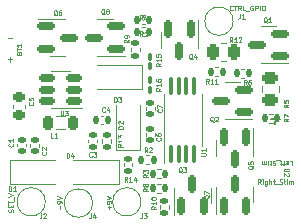
<source format=gto>
%TF.GenerationSoftware,KiCad,Pcbnew,6.0.4-6f826c9f35~116~ubuntu20.04.1*%
%TF.CreationDate,2022-03-30T22:07:09-04:00*%
%TF.ProjectId,v0.1_TACS_board,76302e31-5f54-4414-9353-5f626f617264,rev?*%
%TF.SameCoordinates,Original*%
%TF.FileFunction,Legend,Top*%
%TF.FilePolarity,Positive*%
%FSLAX46Y46*%
G04 Gerber Fmt 4.6, Leading zero omitted, Abs format (unit mm)*
G04 Created by KiCad (PCBNEW 6.0.4-6f826c9f35~116~ubuntu20.04.1) date 2022-03-30 22:07:09*
%MOMM*%
%LPD*%
G01*
G04 APERTURE LIST*
G04 Aperture macros list*
%AMRoundRect*
0 Rectangle with rounded corners*
0 $1 Rounding radius*
0 $2 $3 $4 $5 $6 $7 $8 $9 X,Y pos of 4 corners*
0 Add a 4 corners polygon primitive as box body*
4,1,4,$2,$3,$4,$5,$6,$7,$8,$9,$2,$3,0*
0 Add four circle primitives for the rounded corners*
1,1,$1+$1,$2,$3*
1,1,$1+$1,$4,$5*
1,1,$1+$1,$6,$7*
1,1,$1+$1,$8,$9*
0 Add four rect primitives between the rounded corners*
20,1,$1+$1,$2,$3,$4,$5,0*
20,1,$1+$1,$4,$5,$6,$7,0*
20,1,$1+$1,$6,$7,$8,$9,0*
20,1,$1+$1,$8,$9,$2,$3,0*%
G04 Aperture macros list end*
%ADD10C,0.100000*%
%ADD11C,0.080000*%
%ADD12C,0.070000*%
%ADD13C,0.150000*%
%ADD14C,0.120000*%
%ADD15C,2.500000*%
%ADD16C,2.000000*%
%ADD17RoundRect,0.150000X0.587500X0.150000X-0.587500X0.150000X-0.587500X-0.150000X0.587500X-0.150000X0*%
%ADD18RoundRect,0.100000X-0.100000X0.217500X-0.100000X-0.217500X0.100000X-0.217500X0.100000X0.217500X0*%
%ADD19RoundRect,0.100000X0.100000X-0.217500X0.100000X0.217500X-0.100000X0.217500X-0.100000X-0.217500X0*%
%ADD20RoundRect,0.250000X0.262500X0.450000X-0.262500X0.450000X-0.262500X-0.450000X0.262500X-0.450000X0*%
%ADD21RoundRect,0.135000X-0.135000X-0.185000X0.135000X-0.185000X0.135000X0.185000X-0.135000X0.185000X0*%
%ADD22RoundRect,0.135000X-0.185000X0.135000X-0.185000X-0.135000X0.185000X-0.135000X0.185000X0.135000X0*%
%ADD23R,1.100000X1.100000*%
%ADD24RoundRect,0.150000X0.150000X-0.587500X0.150000X0.587500X-0.150000X0.587500X-0.150000X-0.587500X0*%
%ADD25RoundRect,0.218750X-0.218750X-0.381250X0.218750X-0.381250X0.218750X0.381250X-0.218750X0.381250X0*%
%ADD26RoundRect,0.140000X-0.170000X0.140000X-0.170000X-0.140000X0.170000X-0.140000X0.170000X0.140000X0*%
%ADD27RoundRect,0.250000X-0.450000X0.262500X-0.450000X-0.262500X0.450000X-0.262500X0.450000X0.262500X0*%
%ADD28RoundRect,0.140000X-0.140000X-0.170000X0.140000X-0.170000X0.140000X0.170000X-0.140000X0.170000X0*%
%ADD29RoundRect,0.150000X-0.587500X-0.150000X0.587500X-0.150000X0.587500X0.150000X-0.587500X0.150000X0*%
%ADD30RoundRect,0.135000X0.135000X0.185000X-0.135000X0.185000X-0.135000X-0.185000X0.135000X-0.185000X0*%
%ADD31RoundRect,0.135000X0.185000X-0.135000X0.185000X0.135000X-0.185000X0.135000X-0.185000X-0.135000X0*%
%ADD32RoundRect,0.100000X0.100000X-0.637500X0.100000X0.637500X-0.100000X0.637500X-0.100000X-0.637500X0*%
%ADD33RoundRect,0.150000X-0.150000X0.587500X-0.150000X-0.587500X0.150000X-0.587500X0.150000X0.587500X0*%
%ADD34RoundRect,0.225000X-0.250000X0.225000X-0.250000X-0.225000X0.250000X-0.225000X0.250000X0.225000X0*%
%ADD35RoundRect,0.150000X0.512500X0.150000X-0.512500X0.150000X-0.512500X-0.150000X0.512500X-0.150000X0*%
G04 APERTURE END LIST*
D10*
X68728571Y-51514285D02*
X68728571Y-51209523D01*
X68880952Y-51361904D02*
X68576190Y-51361904D01*
X68880952Y-51000000D02*
X68880952Y-50923809D01*
X68861904Y-50885714D01*
X68842857Y-50866666D01*
X68785714Y-50828571D01*
X68709523Y-50809523D01*
X68557142Y-50809523D01*
X68519047Y-50828571D01*
X68500000Y-50847619D01*
X68480952Y-50885714D01*
X68480952Y-50961904D01*
X68500000Y-51000000D01*
X68519047Y-51019047D01*
X68557142Y-51038095D01*
X68652380Y-51038095D01*
X68690476Y-51019047D01*
X68709523Y-51000000D01*
X68728571Y-50961904D01*
X68728571Y-50885714D01*
X68709523Y-50847619D01*
X68690476Y-50828571D01*
X68652380Y-50809523D01*
X68480952Y-50695238D02*
X68880952Y-50561904D01*
X68480952Y-50428571D01*
D11*
X79152380Y-34642857D02*
X79133333Y-34661904D01*
X79076190Y-34680952D01*
X79038095Y-34680952D01*
X78980952Y-34661904D01*
X78942857Y-34623809D01*
X78923809Y-34585714D01*
X78904761Y-34509523D01*
X78904761Y-34452380D01*
X78923809Y-34376190D01*
X78942857Y-34338095D01*
X78980952Y-34300000D01*
X79038095Y-34280952D01*
X79076190Y-34280952D01*
X79133333Y-34300000D01*
X79152380Y-34319047D01*
X79266666Y-34280952D02*
X79495238Y-34280952D01*
X79380952Y-34680952D02*
X79380952Y-34280952D01*
X79857142Y-34680952D02*
X79723809Y-34490476D01*
X79628571Y-34680952D02*
X79628571Y-34280952D01*
X79780952Y-34280952D01*
X79819047Y-34300000D01*
X79838095Y-34319047D01*
X79857142Y-34357142D01*
X79857142Y-34414285D01*
X79838095Y-34452380D01*
X79819047Y-34471428D01*
X79780952Y-34490476D01*
X79628571Y-34490476D01*
X80219047Y-34680952D02*
X80028571Y-34680952D01*
X80028571Y-34280952D01*
X80257142Y-34719047D02*
X80561904Y-34719047D01*
X80866666Y-34300000D02*
X80828571Y-34280952D01*
X80771428Y-34280952D01*
X80714285Y-34300000D01*
X80676190Y-34338095D01*
X80657142Y-34376190D01*
X80638095Y-34452380D01*
X80638095Y-34509523D01*
X80657142Y-34585714D01*
X80676190Y-34623809D01*
X80714285Y-34661904D01*
X80771428Y-34680952D01*
X80809523Y-34680952D01*
X80866666Y-34661904D01*
X80885714Y-34642857D01*
X80885714Y-34509523D01*
X80809523Y-34509523D01*
X81057142Y-34680952D02*
X81057142Y-34280952D01*
X81209523Y-34280952D01*
X81247619Y-34300000D01*
X81266666Y-34319047D01*
X81285714Y-34357142D01*
X81285714Y-34414285D01*
X81266666Y-34452380D01*
X81247619Y-34471428D01*
X81209523Y-34490476D01*
X81057142Y-34490476D01*
X81457142Y-34680952D02*
X81457142Y-34280952D01*
X81723809Y-34280952D02*
X81800000Y-34280952D01*
X81838095Y-34300000D01*
X81876190Y-34338095D01*
X81895238Y-34414285D01*
X81895238Y-34547619D01*
X81876190Y-34623809D01*
X81838095Y-34661904D01*
X81800000Y-34680952D01*
X81723809Y-34680952D01*
X81685714Y-34661904D01*
X81647619Y-34623809D01*
X81628571Y-34547619D01*
X81628571Y-34414285D01*
X81647619Y-34338095D01*
X81685714Y-34300000D01*
X81723809Y-34280952D01*
D10*
X64528571Y-51514285D02*
X64528571Y-51209523D01*
X64680952Y-51000000D02*
X64680952Y-50923809D01*
X64661904Y-50885714D01*
X64642857Y-50866666D01*
X64585714Y-50828571D01*
X64509523Y-50809523D01*
X64357142Y-50809523D01*
X64319047Y-50828571D01*
X64300000Y-50847619D01*
X64280952Y-50885714D01*
X64280952Y-50961904D01*
X64300000Y-51000000D01*
X64319047Y-51019047D01*
X64357142Y-51038095D01*
X64452380Y-51038095D01*
X64490476Y-51019047D01*
X64509523Y-51000000D01*
X64528571Y-50961904D01*
X64528571Y-50885714D01*
X64509523Y-50847619D01*
X64490476Y-50828571D01*
X64452380Y-50809523D01*
X64280952Y-50695238D02*
X64680952Y-50561904D01*
X64280952Y-50428571D01*
X60561904Y-51771428D02*
X60580952Y-51714285D01*
X60580952Y-51619047D01*
X60561904Y-51580952D01*
X60542857Y-51561904D01*
X60504761Y-51542857D01*
X60466666Y-51542857D01*
X60428571Y-51561904D01*
X60409523Y-51580952D01*
X60390476Y-51619047D01*
X60371428Y-51695238D01*
X60352380Y-51733333D01*
X60333333Y-51752380D01*
X60295238Y-51771428D01*
X60257142Y-51771428D01*
X60219047Y-51752380D01*
X60200000Y-51733333D01*
X60180952Y-51695238D01*
X60180952Y-51600000D01*
X60200000Y-51542857D01*
X60371428Y-51371428D02*
X60371428Y-51238095D01*
X60580952Y-51180952D02*
X60580952Y-51371428D01*
X60180952Y-51371428D01*
X60180952Y-51180952D01*
X60180952Y-51066666D02*
X60180952Y-50838095D01*
X60580952Y-50952380D02*
X60180952Y-50952380D01*
X60619047Y-50800000D02*
X60619047Y-50495238D01*
X60180952Y-50457142D02*
X60580952Y-50323809D01*
X60180952Y-50190476D01*
D11*
X60109523Y-37035714D02*
X60490476Y-37035714D01*
X60109523Y-38835714D02*
X60490476Y-38835714D01*
X60300000Y-39026190D02*
X60300000Y-38645238D01*
%TO.C,U2*%
X83919047Y-48095238D02*
X83595238Y-48095238D01*
X83557142Y-48114285D01*
X83538095Y-48133333D01*
X83519047Y-48171428D01*
X83519047Y-48247619D01*
X83538095Y-48285714D01*
X83557142Y-48304761D01*
X83595238Y-48323809D01*
X83919047Y-48323809D01*
X83880952Y-48495238D02*
X83900000Y-48514285D01*
X83919047Y-48552380D01*
X83919047Y-48647619D01*
X83900000Y-48685714D01*
X83880952Y-48704761D01*
X83842857Y-48723809D01*
X83804761Y-48723809D01*
X83747619Y-48704761D01*
X83519047Y-48476190D01*
X83519047Y-48723809D01*
D12*
X83995238Y-47419047D02*
X84185714Y-47419047D01*
X84185714Y-47819047D01*
X83709523Y-47438095D02*
X83747619Y-47419047D01*
X83823809Y-47419047D01*
X83861904Y-47438095D01*
X83880952Y-47476190D01*
X83880952Y-47628571D01*
X83861904Y-47666666D01*
X83823809Y-47685714D01*
X83747619Y-47685714D01*
X83709523Y-47666666D01*
X83690476Y-47628571D01*
X83690476Y-47590476D01*
X83880952Y-47552380D01*
X83576190Y-47685714D02*
X83423809Y-47685714D01*
X83519047Y-47419047D02*
X83519047Y-47761904D01*
X83500000Y-47800000D01*
X83461904Y-47819047D01*
X83423809Y-47819047D01*
X83347619Y-47685714D02*
X83195238Y-47685714D01*
X83290476Y-47819047D02*
X83290476Y-47476190D01*
X83271428Y-47438095D01*
X83233333Y-47419047D01*
X83195238Y-47419047D01*
X83157142Y-47380952D02*
X82852380Y-47380952D01*
X82776190Y-47438095D02*
X82719047Y-47419047D01*
X82623809Y-47419047D01*
X82585714Y-47438095D01*
X82566666Y-47457142D01*
X82547619Y-47495238D01*
X82547619Y-47533333D01*
X82566666Y-47571428D01*
X82585714Y-47590476D01*
X82623809Y-47609523D01*
X82700000Y-47628571D01*
X82738095Y-47647619D01*
X82757142Y-47666666D01*
X82776190Y-47704761D01*
X82776190Y-47742857D01*
X82757142Y-47780952D01*
X82738095Y-47800000D01*
X82700000Y-47819047D01*
X82604761Y-47819047D01*
X82547619Y-47800000D01*
X82433333Y-47685714D02*
X82280952Y-47685714D01*
X82376190Y-47819047D02*
X82376190Y-47476190D01*
X82357142Y-47438095D01*
X82319047Y-47419047D01*
X82280952Y-47419047D01*
X82147619Y-47419047D02*
X82147619Y-47685714D01*
X82147619Y-47819047D02*
X82166666Y-47800000D01*
X82147619Y-47780952D01*
X82128571Y-47800000D01*
X82147619Y-47819047D01*
X82147619Y-47780952D01*
X81957142Y-47419047D02*
X81957142Y-47685714D01*
X81957142Y-47647619D02*
X81938095Y-47666666D01*
X81900000Y-47685714D01*
X81842857Y-47685714D01*
X81804761Y-47666666D01*
X81785714Y-47628571D01*
X81785714Y-47419047D01*
X81785714Y-47628571D02*
X81766666Y-47666666D01*
X81728571Y-47685714D01*
X81671428Y-47685714D01*
X81633333Y-47666666D01*
X81614285Y-47628571D01*
X81614285Y-47419047D01*
X81533333Y-49380952D02*
X81400000Y-49190476D01*
X81304761Y-49380952D02*
X81304761Y-48980952D01*
X81457142Y-48980952D01*
X81495238Y-49000000D01*
X81514285Y-49019047D01*
X81533333Y-49057142D01*
X81533333Y-49114285D01*
X81514285Y-49152380D01*
X81495238Y-49171428D01*
X81457142Y-49190476D01*
X81304761Y-49190476D01*
X81704761Y-49380952D02*
X81704761Y-49114285D01*
X81704761Y-48980952D02*
X81685714Y-49000000D01*
X81704761Y-49019047D01*
X81723809Y-49000000D01*
X81704761Y-48980952D01*
X81704761Y-49019047D01*
X82066666Y-49114285D02*
X82066666Y-49438095D01*
X82047619Y-49476190D01*
X82028571Y-49495238D01*
X81990476Y-49514285D01*
X81933333Y-49514285D01*
X81895238Y-49495238D01*
X82066666Y-49361904D02*
X82028571Y-49380952D01*
X81952380Y-49380952D01*
X81914285Y-49361904D01*
X81895238Y-49342857D01*
X81876190Y-49304761D01*
X81876190Y-49190476D01*
X81895238Y-49152380D01*
X81914285Y-49133333D01*
X81952380Y-49114285D01*
X82028571Y-49114285D01*
X82066666Y-49133333D01*
X82257142Y-49380952D02*
X82257142Y-48980952D01*
X82428571Y-49380952D02*
X82428571Y-49171428D01*
X82409523Y-49133333D01*
X82371428Y-49114285D01*
X82314285Y-49114285D01*
X82276190Y-49133333D01*
X82257142Y-49152380D01*
X82561904Y-49114285D02*
X82714285Y-49114285D01*
X82619047Y-48980952D02*
X82619047Y-49323809D01*
X82638095Y-49361904D01*
X82676190Y-49380952D01*
X82714285Y-49380952D01*
X82752380Y-49419047D02*
X83057142Y-49419047D01*
X83133333Y-49361904D02*
X83190476Y-49380952D01*
X83285714Y-49380952D01*
X83323809Y-49361904D01*
X83342857Y-49342857D01*
X83361904Y-49304761D01*
X83361904Y-49266666D01*
X83342857Y-49228571D01*
X83323809Y-49209523D01*
X83285714Y-49190476D01*
X83209523Y-49171428D01*
X83171428Y-49152380D01*
X83152380Y-49133333D01*
X83133333Y-49095238D01*
X83133333Y-49057142D01*
X83152380Y-49019047D01*
X83171428Y-49000000D01*
X83209523Y-48980952D01*
X83304761Y-48980952D01*
X83361904Y-49000000D01*
X83476190Y-49114285D02*
X83628571Y-49114285D01*
X83533333Y-48980952D02*
X83533333Y-49323809D01*
X83552380Y-49361904D01*
X83590476Y-49380952D01*
X83628571Y-49380952D01*
X83761904Y-49380952D02*
X83761904Y-49114285D01*
X83761904Y-48980952D02*
X83742857Y-49000000D01*
X83761904Y-49019047D01*
X83780952Y-49000000D01*
X83761904Y-48980952D01*
X83761904Y-49019047D01*
X83952380Y-49380952D02*
X83952380Y-49114285D01*
X83952380Y-49152380D02*
X83971428Y-49133333D01*
X84009523Y-49114285D01*
X84066666Y-49114285D01*
X84104761Y-49133333D01*
X84123809Y-49171428D01*
X84123809Y-49380952D01*
X84123809Y-49171428D02*
X84142857Y-49133333D01*
X84180952Y-49114285D01*
X84238095Y-49114285D01*
X84276190Y-49133333D01*
X84295238Y-49171428D01*
X84295238Y-49380952D01*
D13*
X82778571Y-43519047D02*
X82778571Y-44280952D01*
X82397619Y-43900000D02*
X83159523Y-43900000D01*
D11*
%TO.C,BT1*%
X61071428Y-38314285D02*
X61090476Y-38257142D01*
X61109523Y-38238095D01*
X61147619Y-38219047D01*
X61204761Y-38219047D01*
X61242857Y-38238095D01*
X61261904Y-38257142D01*
X61280952Y-38295238D01*
X61280952Y-38447619D01*
X60880952Y-38447619D01*
X60880952Y-38314285D01*
X60900000Y-38276190D01*
X60919047Y-38257142D01*
X60957142Y-38238095D01*
X60995238Y-38238095D01*
X61033333Y-38257142D01*
X61052380Y-38276190D01*
X61071428Y-38314285D01*
X61071428Y-38447619D01*
X60880952Y-38104761D02*
X60880952Y-37876190D01*
X61280952Y-37990476D02*
X60880952Y-37990476D01*
X61280952Y-37533333D02*
X61280952Y-37761904D01*
X61280952Y-37647619D02*
X60880952Y-37647619D01*
X60938095Y-37685714D01*
X60976190Y-37723809D01*
X60995238Y-37761904D01*
%TO.C,J4*%
X67166666Y-51880952D02*
X67166666Y-52166666D01*
X67147619Y-52223809D01*
X67109523Y-52261904D01*
X67052380Y-52280952D01*
X67014285Y-52280952D01*
X67528571Y-52014285D02*
X67528571Y-52280952D01*
X67433333Y-51861904D02*
X67338095Y-52147619D01*
X67585714Y-52147619D01*
%TO.C,J2*%
X62966666Y-51880952D02*
X62966666Y-52166666D01*
X62947619Y-52223809D01*
X62909523Y-52261904D01*
X62852380Y-52280952D01*
X62814285Y-52280952D01*
X63138095Y-51919047D02*
X63157142Y-51900000D01*
X63195238Y-51880952D01*
X63290476Y-51880952D01*
X63328571Y-51900000D01*
X63347619Y-51919047D01*
X63366666Y-51957142D01*
X63366666Y-51995238D01*
X63347619Y-52052380D01*
X63119047Y-52280952D01*
X63366666Y-52280952D01*
%TO.C,Q8*%
X68324404Y-35019047D02*
X68286309Y-35000000D01*
X68248214Y-34961904D01*
X68191071Y-34904761D01*
X68152976Y-34885714D01*
X68114880Y-34885714D01*
X68133928Y-34980952D02*
X68095833Y-34961904D01*
X68057738Y-34923809D01*
X68038690Y-34847619D01*
X68038690Y-34714285D01*
X68057738Y-34638095D01*
X68095833Y-34600000D01*
X68133928Y-34580952D01*
X68210119Y-34580952D01*
X68248214Y-34600000D01*
X68286309Y-34638095D01*
X68305357Y-34714285D01*
X68305357Y-34847619D01*
X68286309Y-34923809D01*
X68248214Y-34961904D01*
X68210119Y-34980952D01*
X68133928Y-34980952D01*
X68533928Y-34752380D02*
X68495833Y-34733333D01*
X68476785Y-34714285D01*
X68457738Y-34676190D01*
X68457738Y-34657142D01*
X68476785Y-34619047D01*
X68495833Y-34600000D01*
X68533928Y-34580952D01*
X68610119Y-34580952D01*
X68648214Y-34600000D01*
X68667261Y-34619047D01*
X68686309Y-34657142D01*
X68686309Y-34676190D01*
X68667261Y-34714285D01*
X68648214Y-34733333D01*
X68610119Y-34752380D01*
X68533928Y-34752380D01*
X68495833Y-34771428D01*
X68476785Y-34790476D01*
X68457738Y-34828571D01*
X68457738Y-34904761D01*
X68476785Y-34942857D01*
X68495833Y-34961904D01*
X68533928Y-34980952D01*
X68610119Y-34980952D01*
X68648214Y-34961904D01*
X68667261Y-34942857D01*
X68686309Y-34904761D01*
X68686309Y-34828571D01*
X68667261Y-34790476D01*
X68648214Y-34771428D01*
X68610119Y-34752380D01*
%TO.C,R16*%
X73080952Y-41257142D02*
X72890476Y-41390476D01*
X73080952Y-41485714D02*
X72680952Y-41485714D01*
X72680952Y-41333333D01*
X72700000Y-41295238D01*
X72719047Y-41276190D01*
X72757142Y-41257142D01*
X72814285Y-41257142D01*
X72852380Y-41276190D01*
X72871428Y-41295238D01*
X72890476Y-41333333D01*
X72890476Y-41485714D01*
X73080952Y-40876190D02*
X73080952Y-41104761D01*
X73080952Y-40990476D02*
X72680952Y-40990476D01*
X72738095Y-41028571D01*
X72776190Y-41066666D01*
X72795238Y-41104761D01*
X72680952Y-40533333D02*
X72680952Y-40609523D01*
X72700000Y-40647619D01*
X72719047Y-40666666D01*
X72776190Y-40704761D01*
X72852380Y-40723809D01*
X73004761Y-40723809D01*
X73042857Y-40704761D01*
X73061904Y-40685714D01*
X73080952Y-40647619D01*
X73080952Y-40571428D01*
X73061904Y-40533333D01*
X73042857Y-40514285D01*
X73004761Y-40495238D01*
X72909523Y-40495238D01*
X72871428Y-40514285D01*
X72852380Y-40533333D01*
X72833333Y-40571428D01*
X72833333Y-40647619D01*
X72852380Y-40685714D01*
X72871428Y-40704761D01*
X72909523Y-40723809D01*
%TO.C,R15*%
X73080952Y-39157142D02*
X72890476Y-39290476D01*
X73080952Y-39385714D02*
X72680952Y-39385714D01*
X72680952Y-39233333D01*
X72700000Y-39195238D01*
X72719047Y-39176190D01*
X72757142Y-39157142D01*
X72814285Y-39157142D01*
X72852380Y-39176190D01*
X72871428Y-39195238D01*
X72890476Y-39233333D01*
X72890476Y-39385714D01*
X73080952Y-38776190D02*
X73080952Y-39004761D01*
X73080952Y-38890476D02*
X72680952Y-38890476D01*
X72738095Y-38928571D01*
X72776190Y-38966666D01*
X72795238Y-39004761D01*
X72680952Y-38414285D02*
X72680952Y-38604761D01*
X72871428Y-38623809D01*
X72852380Y-38604761D01*
X72833333Y-38566666D01*
X72833333Y-38471428D01*
X72852380Y-38433333D01*
X72871428Y-38414285D01*
X72909523Y-38395238D01*
X73004761Y-38395238D01*
X73042857Y-38414285D01*
X73061904Y-38433333D01*
X73080952Y-38471428D01*
X73080952Y-38566666D01*
X73061904Y-38604761D01*
X73042857Y-38623809D01*
%TO.C,R12*%
X79142857Y-37380952D02*
X79009523Y-37190476D01*
X78914285Y-37380952D02*
X78914285Y-36980952D01*
X79066666Y-36980952D01*
X79104761Y-37000000D01*
X79123809Y-37019047D01*
X79142857Y-37057142D01*
X79142857Y-37114285D01*
X79123809Y-37152380D01*
X79104761Y-37171428D01*
X79066666Y-37190476D01*
X78914285Y-37190476D01*
X79523809Y-37380952D02*
X79295238Y-37380952D01*
X79409523Y-37380952D02*
X79409523Y-36980952D01*
X79371428Y-37038095D01*
X79333333Y-37076190D01*
X79295238Y-37095238D01*
X79676190Y-37019047D02*
X79695238Y-37000000D01*
X79733333Y-36980952D01*
X79828571Y-36980952D01*
X79866666Y-37000000D01*
X79885714Y-37019047D01*
X79904761Y-37057142D01*
X79904761Y-37095238D01*
X79885714Y-37152380D01*
X79657142Y-37380952D01*
X79904761Y-37380952D01*
%TO.C,J3*%
X71466666Y-51880952D02*
X71466666Y-52166666D01*
X71447619Y-52223809D01*
X71409523Y-52261904D01*
X71352380Y-52280952D01*
X71314285Y-52280952D01*
X71619047Y-51880952D02*
X71866666Y-51880952D01*
X71733333Y-52033333D01*
X71790476Y-52033333D01*
X71828571Y-52052380D01*
X71847619Y-52071428D01*
X71866666Y-52109523D01*
X71866666Y-52204761D01*
X71847619Y-52242857D01*
X71828571Y-52261904D01*
X71790476Y-52280952D01*
X71676190Y-52280952D01*
X71638095Y-52261904D01*
X71619047Y-52242857D01*
%TO.C,R7*%
X83880952Y-43866666D02*
X83690476Y-44000000D01*
X83880952Y-44095238D02*
X83480952Y-44095238D01*
X83480952Y-43942857D01*
X83500000Y-43904761D01*
X83519047Y-43885714D01*
X83557142Y-43866666D01*
X83614285Y-43866666D01*
X83652380Y-43885714D01*
X83671428Y-43904761D01*
X83690476Y-43942857D01*
X83690476Y-44095238D01*
X83480952Y-43733333D02*
X83480952Y-43466666D01*
X83880952Y-43638095D01*
%TO.C,R3*%
X71980952Y-48566666D02*
X71790476Y-48700000D01*
X71980952Y-48795238D02*
X71580952Y-48795238D01*
X71580952Y-48642857D01*
X71600000Y-48604761D01*
X71619047Y-48585714D01*
X71657142Y-48566666D01*
X71714285Y-48566666D01*
X71752380Y-48585714D01*
X71771428Y-48604761D01*
X71790476Y-48642857D01*
X71790476Y-48795238D01*
X71580952Y-48433333D02*
X71580952Y-48185714D01*
X71733333Y-48319047D01*
X71733333Y-48261904D01*
X71752380Y-48223809D01*
X71771428Y-48204761D01*
X71809523Y-48185714D01*
X71904761Y-48185714D01*
X71942857Y-48204761D01*
X71961904Y-48223809D01*
X71980952Y-48261904D01*
X71980952Y-48376190D01*
X71961904Y-48414285D01*
X71942857Y-48433333D01*
%TO.C,R10*%
X72680952Y-51257142D02*
X72490476Y-51390476D01*
X72680952Y-51485714D02*
X72280952Y-51485714D01*
X72280952Y-51333333D01*
X72300000Y-51295238D01*
X72319047Y-51276190D01*
X72357142Y-51257142D01*
X72414285Y-51257142D01*
X72452380Y-51276190D01*
X72471428Y-51295238D01*
X72490476Y-51333333D01*
X72490476Y-51485714D01*
X72680952Y-50876190D02*
X72680952Y-51104761D01*
X72680952Y-50990476D02*
X72280952Y-50990476D01*
X72338095Y-51028571D01*
X72376190Y-51066666D01*
X72395238Y-51104761D01*
X72280952Y-50628571D02*
X72280952Y-50590476D01*
X72300000Y-50552380D01*
X72319047Y-50533333D01*
X72357142Y-50514285D01*
X72433333Y-50495238D01*
X72528571Y-50495238D01*
X72604761Y-50514285D01*
X72642857Y-50533333D01*
X72661904Y-50552380D01*
X72680952Y-50590476D01*
X72680952Y-50628571D01*
X72661904Y-50666666D01*
X72642857Y-50685714D01*
X72604761Y-50704761D01*
X72528571Y-50723809D01*
X72433333Y-50723809D01*
X72357142Y-50704761D01*
X72319047Y-50685714D01*
X72300000Y-50666666D01*
X72280952Y-50628571D01*
%TO.C,D3*%
X69131761Y-42435952D02*
X69131761Y-42035952D01*
X69227000Y-42035952D01*
X69284142Y-42055000D01*
X69322238Y-42093095D01*
X69341285Y-42131190D01*
X69360333Y-42207380D01*
X69360333Y-42264523D01*
X69341285Y-42340714D01*
X69322238Y-42378809D01*
X69284142Y-42416904D01*
X69227000Y-42435952D01*
X69131761Y-42435952D01*
X69493666Y-42035952D02*
X69741285Y-42035952D01*
X69607952Y-42188333D01*
X69665095Y-42188333D01*
X69703190Y-42207380D01*
X69722238Y-42226428D01*
X69741285Y-42264523D01*
X69741285Y-42359761D01*
X69722238Y-42397857D01*
X69703190Y-42416904D01*
X69665095Y-42435952D01*
X69550809Y-42435952D01*
X69512714Y-42416904D01*
X69493666Y-42397857D01*
%TO.C,Q7*%
X77169047Y-50325595D02*
X77150000Y-50363690D01*
X77111904Y-50401785D01*
X77054761Y-50458928D01*
X77035714Y-50497023D01*
X77035714Y-50535119D01*
X77130952Y-50516071D02*
X77111904Y-50554166D01*
X77073809Y-50592261D01*
X76997619Y-50611309D01*
X76864285Y-50611309D01*
X76788095Y-50592261D01*
X76750000Y-50554166D01*
X76730952Y-50516071D01*
X76730952Y-50439880D01*
X76750000Y-50401785D01*
X76788095Y-50363690D01*
X76864285Y-50344642D01*
X76997619Y-50344642D01*
X77073809Y-50363690D01*
X77111904Y-50401785D01*
X77130952Y-50439880D01*
X77130952Y-50516071D01*
X76730952Y-50211309D02*
X76730952Y-49944642D01*
X77130952Y-50116071D01*
%TO.C,Q2*%
X77561904Y-44119047D02*
X77523809Y-44100000D01*
X77485714Y-44061904D01*
X77428571Y-44004761D01*
X77390476Y-43985714D01*
X77352380Y-43985714D01*
X77371428Y-44080952D02*
X77333333Y-44061904D01*
X77295238Y-44023809D01*
X77276190Y-43947619D01*
X77276190Y-43814285D01*
X77295238Y-43738095D01*
X77333333Y-43700000D01*
X77371428Y-43680952D01*
X77447619Y-43680952D01*
X77485714Y-43700000D01*
X77523809Y-43738095D01*
X77542857Y-43814285D01*
X77542857Y-43947619D01*
X77523809Y-44023809D01*
X77485714Y-44061904D01*
X77447619Y-44080952D01*
X77371428Y-44080952D01*
X77695238Y-43719047D02*
X77714285Y-43700000D01*
X77752380Y-43680952D01*
X77847619Y-43680952D01*
X77885714Y-43700000D01*
X77904761Y-43719047D01*
X77923809Y-43757142D01*
X77923809Y-43795238D01*
X77904761Y-43852380D01*
X77676190Y-44080952D01*
X77923809Y-44080952D01*
%TO.C,Q3*%
X74861904Y-48419047D02*
X74823809Y-48400000D01*
X74785714Y-48361904D01*
X74728571Y-48304761D01*
X74690476Y-48285714D01*
X74652380Y-48285714D01*
X74671428Y-48380952D02*
X74633333Y-48361904D01*
X74595238Y-48323809D01*
X74576190Y-48247619D01*
X74576190Y-48114285D01*
X74595238Y-48038095D01*
X74633333Y-48000000D01*
X74671428Y-47980952D01*
X74747619Y-47980952D01*
X74785714Y-48000000D01*
X74823809Y-48038095D01*
X74842857Y-48114285D01*
X74842857Y-48247619D01*
X74823809Y-48323809D01*
X74785714Y-48361904D01*
X74747619Y-48380952D01*
X74671428Y-48380952D01*
X74976190Y-47980952D02*
X75223809Y-47980952D01*
X75090476Y-48133333D01*
X75147619Y-48133333D01*
X75185714Y-48152380D01*
X75204761Y-48171428D01*
X75223809Y-48209523D01*
X75223809Y-48304761D01*
X75204761Y-48342857D01*
X75185714Y-48361904D01*
X75147619Y-48380952D01*
X75033333Y-48380952D01*
X74995238Y-48361904D01*
X74976190Y-48342857D01*
%TO.C,L1*%
X63970833Y-45480952D02*
X63780357Y-45480952D01*
X63780357Y-45080952D01*
X64313690Y-45480952D02*
X64085119Y-45480952D01*
X64199404Y-45480952D02*
X64199404Y-45080952D01*
X64161309Y-45138095D01*
X64123214Y-45176190D01*
X64085119Y-45195238D01*
%TO.C,D1*%
X60204761Y-49980952D02*
X60204761Y-49580952D01*
X60300000Y-49580952D01*
X60357142Y-49600000D01*
X60395238Y-49638095D01*
X60414285Y-49676190D01*
X60433333Y-49752380D01*
X60433333Y-49809523D01*
X60414285Y-49885714D01*
X60395238Y-49923809D01*
X60357142Y-49961904D01*
X60300000Y-49980952D01*
X60204761Y-49980952D01*
X60814285Y-49980952D02*
X60585714Y-49980952D01*
X60700000Y-49980952D02*
X60700000Y-49580952D01*
X60661904Y-49638095D01*
X60623809Y-49676190D01*
X60585714Y-49695238D01*
%TO.C,C6*%
X73042857Y-45466666D02*
X73061904Y-45485714D01*
X73080952Y-45542857D01*
X73080952Y-45580952D01*
X73061904Y-45638095D01*
X73023809Y-45676190D01*
X72985714Y-45695238D01*
X72909523Y-45714285D01*
X72852380Y-45714285D01*
X72776190Y-45695238D01*
X72738095Y-45676190D01*
X72700000Y-45638095D01*
X72680952Y-45580952D01*
X72680952Y-45542857D01*
X72700000Y-45485714D01*
X72719047Y-45466666D01*
X72680952Y-45123809D02*
X72680952Y-45200000D01*
X72700000Y-45238095D01*
X72719047Y-45257142D01*
X72776190Y-45295238D01*
X72852380Y-45314285D01*
X73004761Y-45314285D01*
X73042857Y-45295238D01*
X73061904Y-45276190D01*
X73080952Y-45238095D01*
X73080952Y-45161904D01*
X73061904Y-45123809D01*
X73042857Y-45104761D01*
X73004761Y-45085714D01*
X72909523Y-45085714D01*
X72871428Y-45104761D01*
X72852380Y-45123809D01*
X72833333Y-45161904D01*
X72833333Y-45238095D01*
X72852380Y-45276190D01*
X72871428Y-45295238D01*
X72909523Y-45314285D01*
%TO.C,R5*%
X83880952Y-42666666D02*
X83690476Y-42800000D01*
X83880952Y-42895238D02*
X83480952Y-42895238D01*
X83480952Y-42742857D01*
X83500000Y-42704761D01*
X83519047Y-42685714D01*
X83557142Y-42666666D01*
X83614285Y-42666666D01*
X83652380Y-42685714D01*
X83671428Y-42704761D01*
X83690476Y-42742857D01*
X83690476Y-42895238D01*
X83480952Y-42304761D02*
X83480952Y-42495238D01*
X83671428Y-42514285D01*
X83652380Y-42495238D01*
X83633333Y-42457142D01*
X83633333Y-42361904D01*
X83652380Y-42323809D01*
X83671428Y-42304761D01*
X83709523Y-42285714D01*
X83804761Y-42285714D01*
X83842857Y-42304761D01*
X83861904Y-42323809D01*
X83880952Y-42361904D01*
X83880952Y-42457142D01*
X83861904Y-42495238D01*
X83842857Y-42514285D01*
%TO.C,C1*%
X60542857Y-45966666D02*
X60561904Y-45985714D01*
X60580952Y-46042857D01*
X60580952Y-46080952D01*
X60561904Y-46138095D01*
X60523809Y-46176190D01*
X60485714Y-46195238D01*
X60409523Y-46214285D01*
X60352380Y-46214285D01*
X60276190Y-46195238D01*
X60238095Y-46176190D01*
X60200000Y-46138095D01*
X60180952Y-46080952D01*
X60180952Y-46042857D01*
X60200000Y-45985714D01*
X60219047Y-45966666D01*
X60580952Y-45585714D02*
X60580952Y-45814285D01*
X60580952Y-45700000D02*
X60180952Y-45700000D01*
X60238095Y-45738095D01*
X60276190Y-45776190D01*
X60295238Y-45814285D01*
%TO.C,C3*%
X67233333Y-47042857D02*
X67214285Y-47061904D01*
X67157142Y-47080952D01*
X67119047Y-47080952D01*
X67061904Y-47061904D01*
X67023809Y-47023809D01*
X67004761Y-46985714D01*
X66985714Y-46909523D01*
X66985714Y-46852380D01*
X67004761Y-46776190D01*
X67023809Y-46738095D01*
X67061904Y-46700000D01*
X67119047Y-46680952D01*
X67157142Y-46680952D01*
X67214285Y-46700000D01*
X67233333Y-46719047D01*
X67366666Y-46680952D02*
X67614285Y-46680952D01*
X67480952Y-46833333D01*
X67538095Y-46833333D01*
X67576190Y-46852380D01*
X67595238Y-46871428D01*
X67614285Y-46909523D01*
X67614285Y-47004761D01*
X67595238Y-47042857D01*
X67576190Y-47061904D01*
X67538095Y-47080952D01*
X67423809Y-47080952D01*
X67385714Y-47061904D01*
X67366666Y-47042857D01*
%TO.C,C2*%
X63342857Y-46666666D02*
X63361904Y-46685714D01*
X63380952Y-46742857D01*
X63380952Y-46780952D01*
X63361904Y-46838095D01*
X63323809Y-46876190D01*
X63285714Y-46895238D01*
X63209523Y-46914285D01*
X63152380Y-46914285D01*
X63076190Y-46895238D01*
X63038095Y-46876190D01*
X63000000Y-46838095D01*
X62980952Y-46780952D01*
X62980952Y-46742857D01*
X63000000Y-46685714D01*
X63019047Y-46666666D01*
X63019047Y-46514285D02*
X63000000Y-46495238D01*
X62980952Y-46457142D01*
X62980952Y-46361904D01*
X63000000Y-46323809D01*
X63019047Y-46304761D01*
X63057142Y-46285714D01*
X63095238Y-46285714D01*
X63152380Y-46304761D01*
X63380952Y-46533333D01*
X63380952Y-46285714D01*
%TO.C,C4*%
X68333333Y-43242857D02*
X68314285Y-43261904D01*
X68257142Y-43280952D01*
X68219047Y-43280952D01*
X68161904Y-43261904D01*
X68123809Y-43223809D01*
X68104761Y-43185714D01*
X68085714Y-43109523D01*
X68085714Y-43052380D01*
X68104761Y-42976190D01*
X68123809Y-42938095D01*
X68161904Y-42900000D01*
X68219047Y-42880952D01*
X68257142Y-42880952D01*
X68314285Y-42900000D01*
X68333333Y-42919047D01*
X68676190Y-43014285D02*
X68676190Y-43280952D01*
X68580952Y-42861904D02*
X68485714Y-43147619D01*
X68733333Y-43147619D01*
%TO.C,Q1*%
X82061904Y-35719047D02*
X82023809Y-35700000D01*
X81985714Y-35661904D01*
X81928571Y-35604761D01*
X81890476Y-35585714D01*
X81852380Y-35585714D01*
X81871428Y-35680952D02*
X81833333Y-35661904D01*
X81795238Y-35623809D01*
X81776190Y-35547619D01*
X81776190Y-35414285D01*
X81795238Y-35338095D01*
X81833333Y-35300000D01*
X81871428Y-35280952D01*
X81947619Y-35280952D01*
X81985714Y-35300000D01*
X82023809Y-35338095D01*
X82042857Y-35414285D01*
X82042857Y-35547619D01*
X82023809Y-35623809D01*
X81985714Y-35661904D01*
X81947619Y-35680952D01*
X81871428Y-35680952D01*
X82423809Y-35680952D02*
X82195238Y-35680952D01*
X82309523Y-35680952D02*
X82309523Y-35280952D01*
X82271428Y-35338095D01*
X82233333Y-35376190D01*
X82195238Y-35395238D01*
%TO.C,Q6*%
X64286904Y-35119047D02*
X64248809Y-35100000D01*
X64210714Y-35061904D01*
X64153571Y-35004761D01*
X64115476Y-34985714D01*
X64077380Y-34985714D01*
X64096428Y-35080952D02*
X64058333Y-35061904D01*
X64020238Y-35023809D01*
X64001190Y-34947619D01*
X64001190Y-34814285D01*
X64020238Y-34738095D01*
X64058333Y-34700000D01*
X64096428Y-34680952D01*
X64172619Y-34680952D01*
X64210714Y-34700000D01*
X64248809Y-34738095D01*
X64267857Y-34814285D01*
X64267857Y-34947619D01*
X64248809Y-35023809D01*
X64210714Y-35061904D01*
X64172619Y-35080952D01*
X64096428Y-35080952D01*
X64610714Y-34680952D02*
X64534523Y-34680952D01*
X64496428Y-34700000D01*
X64477380Y-34719047D01*
X64439285Y-34776190D01*
X64420238Y-34852380D01*
X64420238Y-35004761D01*
X64439285Y-35042857D01*
X64458333Y-35061904D01*
X64496428Y-35080952D01*
X64572619Y-35080952D01*
X64610714Y-35061904D01*
X64629761Y-35042857D01*
X64648809Y-35004761D01*
X64648809Y-34909523D01*
X64629761Y-34871428D01*
X64610714Y-34852380D01*
X64572619Y-34833333D01*
X64496428Y-34833333D01*
X64458333Y-34852380D01*
X64439285Y-34871428D01*
X64420238Y-34909523D01*
%TO.C,R2*%
X71933333Y-46680952D02*
X71800000Y-46490476D01*
X71704761Y-46680952D02*
X71704761Y-46280952D01*
X71857142Y-46280952D01*
X71895238Y-46300000D01*
X71914285Y-46319047D01*
X71933333Y-46357142D01*
X71933333Y-46414285D01*
X71914285Y-46452380D01*
X71895238Y-46471428D01*
X71857142Y-46490476D01*
X71704761Y-46490476D01*
X72085714Y-46319047D02*
X72104761Y-46300000D01*
X72142857Y-46280952D01*
X72238095Y-46280952D01*
X72276190Y-46300000D01*
X72295238Y-46319047D01*
X72314285Y-46357142D01*
X72314285Y-46395238D01*
X72295238Y-46452380D01*
X72066666Y-46680952D01*
X72314285Y-46680952D01*
%TO.C,R1*%
X71533333Y-36850952D02*
X71400000Y-36660476D01*
X71304761Y-36850952D02*
X71304761Y-36450952D01*
X71457142Y-36450952D01*
X71495238Y-36470000D01*
X71514285Y-36489047D01*
X71533333Y-36527142D01*
X71533333Y-36584285D01*
X71514285Y-36622380D01*
X71495238Y-36641428D01*
X71457142Y-36660476D01*
X71304761Y-36660476D01*
X71914285Y-36850952D02*
X71685714Y-36850952D01*
X71800000Y-36850952D02*
X71800000Y-36450952D01*
X71761904Y-36508095D01*
X71723809Y-36546190D01*
X71685714Y-36565238D01*
%TO.C,R14*%
X70242857Y-49180952D02*
X70109523Y-48990476D01*
X70014285Y-49180952D02*
X70014285Y-48780952D01*
X70166666Y-48780952D01*
X70204761Y-48800000D01*
X70223809Y-48819047D01*
X70242857Y-48857142D01*
X70242857Y-48914285D01*
X70223809Y-48952380D01*
X70204761Y-48971428D01*
X70166666Y-48990476D01*
X70014285Y-48990476D01*
X70623809Y-49180952D02*
X70395238Y-49180952D01*
X70509523Y-49180952D02*
X70509523Y-48780952D01*
X70471428Y-48838095D01*
X70433333Y-48876190D01*
X70395238Y-48895238D01*
X70966666Y-48914285D02*
X70966666Y-49180952D01*
X70871428Y-48761904D02*
X70776190Y-49047619D01*
X71023809Y-49047619D01*
%TO.C,R8*%
X71980952Y-49766666D02*
X71790476Y-49900000D01*
X71980952Y-49995238D02*
X71580952Y-49995238D01*
X71580952Y-49842857D01*
X71600000Y-49804761D01*
X71619047Y-49785714D01*
X71657142Y-49766666D01*
X71714285Y-49766666D01*
X71752380Y-49785714D01*
X71771428Y-49804761D01*
X71790476Y-49842857D01*
X71790476Y-49995238D01*
X71752380Y-49538095D02*
X71733333Y-49576190D01*
X71714285Y-49595238D01*
X71676190Y-49614285D01*
X71657142Y-49614285D01*
X71619047Y-49595238D01*
X71600000Y-49576190D01*
X71580952Y-49538095D01*
X71580952Y-49461904D01*
X71600000Y-49423809D01*
X71619047Y-49404761D01*
X71657142Y-49385714D01*
X71676190Y-49385714D01*
X71714285Y-49404761D01*
X71733333Y-49423809D01*
X71752380Y-49461904D01*
X71752380Y-49538095D01*
X71771428Y-49576190D01*
X71790476Y-49595238D01*
X71828571Y-49614285D01*
X71904761Y-49614285D01*
X71942857Y-49595238D01*
X71961904Y-49576190D01*
X71980952Y-49538095D01*
X71980952Y-49461904D01*
X71961904Y-49423809D01*
X71942857Y-49404761D01*
X71904761Y-49385714D01*
X71828571Y-49385714D01*
X71790476Y-49404761D01*
X71771428Y-49423809D01*
X71752380Y-49461904D01*
%TO.C,U1*%
X76480952Y-47004761D02*
X76804761Y-47004761D01*
X76842857Y-46985714D01*
X76861904Y-46966666D01*
X76880952Y-46928571D01*
X76880952Y-46852380D01*
X76861904Y-46814285D01*
X76842857Y-46795238D01*
X76804761Y-46776190D01*
X76480952Y-46776190D01*
X76880952Y-46376190D02*
X76880952Y-46604761D01*
X76880952Y-46490476D02*
X76480952Y-46490476D01*
X76538095Y-46528571D01*
X76576190Y-46566666D01*
X76595238Y-46604761D01*
%TO.C,R9*%
X70380952Y-37166666D02*
X70190476Y-37300000D01*
X70380952Y-37395238D02*
X69980952Y-37395238D01*
X69980952Y-37242857D01*
X70000000Y-37204761D01*
X70019047Y-37185714D01*
X70057142Y-37166666D01*
X70114285Y-37166666D01*
X70152380Y-37185714D01*
X70171428Y-37204761D01*
X70190476Y-37242857D01*
X70190476Y-37395238D01*
X70380952Y-36976190D02*
X70380952Y-36900000D01*
X70361904Y-36861904D01*
X70342857Y-36842857D01*
X70285714Y-36804761D01*
X70209523Y-36785714D01*
X70057142Y-36785714D01*
X70019047Y-36804761D01*
X70000000Y-36823809D01*
X69980952Y-36861904D01*
X69980952Y-36938095D01*
X70000000Y-36976190D01*
X70019047Y-36995238D01*
X70057142Y-37014285D01*
X70152380Y-37014285D01*
X70190476Y-36995238D01*
X70209523Y-36976190D01*
X70228571Y-36938095D01*
X70228571Y-36861904D01*
X70209523Y-36823809D01*
X70190476Y-36804761D01*
X70152380Y-36785714D01*
%TO.C,C7*%
X73142857Y-43066666D02*
X73161904Y-43085714D01*
X73180952Y-43142857D01*
X73180952Y-43180952D01*
X73161904Y-43238095D01*
X73123809Y-43276190D01*
X73085714Y-43295238D01*
X73009523Y-43314285D01*
X72952380Y-43314285D01*
X72876190Y-43295238D01*
X72838095Y-43276190D01*
X72800000Y-43238095D01*
X72780952Y-43180952D01*
X72780952Y-43142857D01*
X72800000Y-43085714D01*
X72819047Y-43066666D01*
X72780952Y-42933333D02*
X72780952Y-42666666D01*
X73180952Y-42838095D01*
%TO.C,J1*%
X79766666Y-34980952D02*
X79766666Y-35266666D01*
X79747619Y-35323809D01*
X79709523Y-35361904D01*
X79652380Y-35380952D01*
X79614285Y-35380952D01*
X80166666Y-35380952D02*
X79938095Y-35380952D01*
X80052380Y-35380952D02*
X80052380Y-34980952D01*
X80014285Y-35038095D01*
X79976190Y-35076190D01*
X79938095Y-35095238D01*
%TO.C,Q5*%
X80919047Y-47838095D02*
X80900000Y-47876190D01*
X80861904Y-47914285D01*
X80804761Y-47971428D01*
X80785714Y-48009523D01*
X80785714Y-48047619D01*
X80880952Y-48028571D02*
X80861904Y-48066666D01*
X80823809Y-48104761D01*
X80747619Y-48123809D01*
X80614285Y-48123809D01*
X80538095Y-48104761D01*
X80500000Y-48066666D01*
X80480952Y-48028571D01*
X80480952Y-47952380D01*
X80500000Y-47914285D01*
X80538095Y-47876190D01*
X80614285Y-47857142D01*
X80747619Y-47857142D01*
X80823809Y-47876190D01*
X80861904Y-47914285D01*
X80880952Y-47952380D01*
X80880952Y-48028571D01*
X80480952Y-47495238D02*
X80480952Y-47685714D01*
X80671428Y-47704761D01*
X80652380Y-47685714D01*
X80633333Y-47647619D01*
X80633333Y-47552380D01*
X80652380Y-47514285D01*
X80671428Y-47495238D01*
X80709523Y-47476190D01*
X80804761Y-47476190D01*
X80842857Y-47495238D01*
X80861904Y-47514285D01*
X80880952Y-47552380D01*
X80880952Y-47647619D01*
X80861904Y-47685714D01*
X80842857Y-47704761D01*
%TO.C,D4*%
X65104761Y-47180952D02*
X65104761Y-46780952D01*
X65200000Y-46780952D01*
X65257142Y-46800000D01*
X65295238Y-46838095D01*
X65314285Y-46876190D01*
X65333333Y-46952380D01*
X65333333Y-47009523D01*
X65314285Y-47085714D01*
X65295238Y-47123809D01*
X65257142Y-47161904D01*
X65200000Y-47180952D01*
X65104761Y-47180952D01*
X65676190Y-46914285D02*
X65676190Y-47180952D01*
X65580952Y-46761904D02*
X65485714Y-47047619D01*
X65733333Y-47047619D01*
%TO.C,C5*%
X62242857Y-42466666D02*
X62261904Y-42485714D01*
X62280952Y-42542857D01*
X62280952Y-42580952D01*
X62261904Y-42638095D01*
X62223809Y-42676190D01*
X62185714Y-42695238D01*
X62109523Y-42714285D01*
X62052380Y-42714285D01*
X61976190Y-42695238D01*
X61938095Y-42676190D01*
X61900000Y-42638095D01*
X61880952Y-42580952D01*
X61880952Y-42542857D01*
X61900000Y-42485714D01*
X61919047Y-42466666D01*
X61880952Y-42104761D02*
X61880952Y-42295238D01*
X62071428Y-42314285D01*
X62052380Y-42295238D01*
X62033333Y-42257142D01*
X62033333Y-42161904D01*
X62052380Y-42123809D01*
X62071428Y-42104761D01*
X62109523Y-42085714D01*
X62204761Y-42085714D01*
X62242857Y-42104761D01*
X62261904Y-42123809D01*
X62280952Y-42161904D01*
X62280952Y-42257142D01*
X62261904Y-42295238D01*
X62242857Y-42314285D01*
%TO.C,Q4*%
X75761904Y-38819047D02*
X75723809Y-38800000D01*
X75685714Y-38761904D01*
X75628571Y-38704761D01*
X75590476Y-38685714D01*
X75552380Y-38685714D01*
X75571428Y-38780952D02*
X75533333Y-38761904D01*
X75495238Y-38723809D01*
X75476190Y-38647619D01*
X75476190Y-38514285D01*
X75495238Y-38438095D01*
X75533333Y-38400000D01*
X75571428Y-38380952D01*
X75647619Y-38380952D01*
X75685714Y-38400000D01*
X75723809Y-38438095D01*
X75742857Y-38514285D01*
X75742857Y-38647619D01*
X75723809Y-38723809D01*
X75685714Y-38761904D01*
X75647619Y-38780952D01*
X75571428Y-38780952D01*
X76085714Y-38514285D02*
X76085714Y-38780952D01*
X75990476Y-38361904D02*
X75895238Y-38647619D01*
X76142857Y-38647619D01*
%TO.C,R13*%
X69850952Y-46007142D02*
X69660476Y-46140476D01*
X69850952Y-46235714D02*
X69450952Y-46235714D01*
X69450952Y-46083333D01*
X69470000Y-46045238D01*
X69489047Y-46026190D01*
X69527142Y-46007142D01*
X69584285Y-46007142D01*
X69622380Y-46026190D01*
X69641428Y-46045238D01*
X69660476Y-46083333D01*
X69660476Y-46235714D01*
X69850952Y-45626190D02*
X69850952Y-45854761D01*
X69850952Y-45740476D02*
X69450952Y-45740476D01*
X69508095Y-45778571D01*
X69546190Y-45816666D01*
X69565238Y-45854761D01*
X69450952Y-45492857D02*
X69450952Y-45245238D01*
X69603333Y-45378571D01*
X69603333Y-45321428D01*
X69622380Y-45283333D01*
X69641428Y-45264285D01*
X69679523Y-45245238D01*
X69774761Y-45245238D01*
X69812857Y-45264285D01*
X69831904Y-45283333D01*
X69850952Y-45321428D01*
X69850952Y-45435714D01*
X69831904Y-45473809D01*
X69812857Y-45492857D01*
%TO.C,D2*%
X69880952Y-44695238D02*
X69480952Y-44695238D01*
X69480952Y-44600000D01*
X69500000Y-44542857D01*
X69538095Y-44504761D01*
X69576190Y-44485714D01*
X69652380Y-44466666D01*
X69709523Y-44466666D01*
X69785714Y-44485714D01*
X69823809Y-44504761D01*
X69861904Y-44542857D01*
X69880952Y-44600000D01*
X69880952Y-44695238D01*
X69519047Y-44314285D02*
X69500000Y-44295238D01*
X69480952Y-44257142D01*
X69480952Y-44161904D01*
X69500000Y-44123809D01*
X69519047Y-44104761D01*
X69557142Y-44085714D01*
X69595238Y-44085714D01*
X69652380Y-44104761D01*
X69880952Y-44333333D01*
X69880952Y-44085714D01*
%TO.C,R4*%
X71533333Y-35510952D02*
X71400000Y-35320476D01*
X71304761Y-35510952D02*
X71304761Y-35110952D01*
X71457142Y-35110952D01*
X71495238Y-35130000D01*
X71514285Y-35149047D01*
X71533333Y-35187142D01*
X71533333Y-35244285D01*
X71514285Y-35282380D01*
X71495238Y-35301428D01*
X71457142Y-35320476D01*
X71304761Y-35320476D01*
X71876190Y-35244285D02*
X71876190Y-35510952D01*
X71780952Y-35091904D02*
X71685714Y-35377619D01*
X71933333Y-35377619D01*
%TO.C,U3*%
X64595238Y-43180952D02*
X64595238Y-43504761D01*
X64614285Y-43542857D01*
X64633333Y-43561904D01*
X64671428Y-43580952D01*
X64747619Y-43580952D01*
X64785714Y-43561904D01*
X64804761Y-43542857D01*
X64823809Y-43504761D01*
X64823809Y-43180952D01*
X64976190Y-43180952D02*
X65223809Y-43180952D01*
X65090476Y-43333333D01*
X65147619Y-43333333D01*
X65185714Y-43352380D01*
X65204761Y-43371428D01*
X65223809Y-43409523D01*
X65223809Y-43504761D01*
X65204761Y-43542857D01*
X65185714Y-43561904D01*
X65147619Y-43580952D01*
X65033333Y-43580952D01*
X64995238Y-43561904D01*
X64976190Y-43542857D01*
%TO.C,R6*%
X80333333Y-40980952D02*
X80200000Y-40790476D01*
X80104761Y-40980952D02*
X80104761Y-40580952D01*
X80257142Y-40580952D01*
X80295238Y-40600000D01*
X80314285Y-40619047D01*
X80333333Y-40657142D01*
X80333333Y-40714285D01*
X80314285Y-40752380D01*
X80295238Y-40771428D01*
X80257142Y-40790476D01*
X80104761Y-40790476D01*
X80676190Y-40580952D02*
X80600000Y-40580952D01*
X80561904Y-40600000D01*
X80542857Y-40619047D01*
X80504761Y-40676190D01*
X80485714Y-40752380D01*
X80485714Y-40904761D01*
X80504761Y-40942857D01*
X80523809Y-40961904D01*
X80561904Y-40980952D01*
X80638095Y-40980952D01*
X80676190Y-40961904D01*
X80695238Y-40942857D01*
X80714285Y-40904761D01*
X80714285Y-40809523D01*
X80695238Y-40771428D01*
X80676190Y-40752380D01*
X80638095Y-40733333D01*
X80561904Y-40733333D01*
X80523809Y-40752380D01*
X80504761Y-40771428D01*
X80485714Y-40809523D01*
%TO.C,R11*%
X77142857Y-40880952D02*
X77009523Y-40690476D01*
X76914285Y-40880952D02*
X76914285Y-40480952D01*
X77066666Y-40480952D01*
X77104761Y-40500000D01*
X77123809Y-40519047D01*
X77142857Y-40557142D01*
X77142857Y-40614285D01*
X77123809Y-40652380D01*
X77104761Y-40671428D01*
X77066666Y-40690476D01*
X76914285Y-40690476D01*
X77523809Y-40880952D02*
X77295238Y-40880952D01*
X77409523Y-40880952D02*
X77409523Y-40480952D01*
X77371428Y-40538095D01*
X77333333Y-40576190D01*
X77295238Y-40595238D01*
X77904761Y-40880952D02*
X77676190Y-40880952D01*
X77790476Y-40880952D02*
X77790476Y-40480952D01*
X77752380Y-40538095D01*
X77714285Y-40576190D01*
X77676190Y-40595238D01*
D14*
%TO.C,J4*%
X67300000Y-51000000D02*
G75*
G03*
X67300000Y-51000000I-1200000J0D01*
G01*
%TO.C,J2*%
X63300000Y-50900000D02*
G75*
G03*
X63300000Y-50900000I-1200000J0D01*
G01*
%TO.C,Q8*%
X68362500Y-35440000D02*
X69012500Y-35440000D01*
X68362500Y-35440000D02*
X67712500Y-35440000D01*
X68362500Y-38560000D02*
X67712500Y-38560000D01*
X68362500Y-38560000D02*
X70037500Y-38560000D01*
%TO.C,R12*%
X78627064Y-37465000D02*
X78172936Y-37465000D01*
X78627064Y-38935000D02*
X78172936Y-38935000D01*
%TO.C,J3*%
X71400000Y-50900000D02*
G75*
G03*
X71400000Y-50900000I-1200000J0D01*
G01*
%TO.C,R7*%
X82246359Y-44180000D02*
X82553641Y-44180000D01*
X82246359Y-43420000D02*
X82553641Y-43420000D01*
%TO.C,R3*%
X72796359Y-48157500D02*
X73103641Y-48157500D01*
X72796359Y-48917500D02*
X73103641Y-48917500D01*
%TO.C,R10*%
X73730000Y-51183859D02*
X73730000Y-51491141D01*
X72970000Y-51183859D02*
X72970000Y-51491141D01*
%TO.C,D3*%
X71500000Y-39350000D02*
X67650000Y-39350000D01*
X71500000Y-41350000D02*
X67650000Y-41350000D01*
X71500000Y-41350000D02*
X71500000Y-39350000D01*
%TO.C,Q7*%
X77790000Y-50287500D02*
X77790000Y-51962500D01*
X80910000Y-50287500D02*
X80910000Y-50937500D01*
X80910000Y-50287500D02*
X80910000Y-49637500D01*
X77790000Y-50287500D02*
X77790000Y-49637500D01*
%TO.C,Q2*%
X79150000Y-40777500D02*
X78500000Y-40777500D01*
X79150000Y-40777500D02*
X79800000Y-40777500D01*
X79150000Y-43897500D02*
X80825000Y-43897500D01*
X79150000Y-43897500D02*
X78500000Y-43897500D01*
%TO.C,Q3*%
X77310000Y-50337500D02*
X77310000Y-49687500D01*
X74190000Y-50337500D02*
X74190000Y-52012500D01*
X77310000Y-50337500D02*
X77310000Y-50987500D01*
X74190000Y-50337500D02*
X74190000Y-49687500D01*
%TO.C,L1*%
X64200378Y-44760000D02*
X64999622Y-44760000D01*
X64200378Y-43640000D02*
X64999622Y-43640000D01*
%TO.C,D1*%
X60300000Y-47350000D02*
X60300000Y-49350000D01*
X60300000Y-47350000D02*
X64150000Y-47350000D01*
X60300000Y-49350000D02*
X64150000Y-49350000D01*
%TO.C,C6*%
X71840000Y-45092164D02*
X71840000Y-45307836D01*
X72560000Y-45092164D02*
X72560000Y-45307836D01*
%TO.C,R5*%
X81615000Y-41110436D02*
X81615000Y-41564564D01*
X83085000Y-41110436D02*
X83085000Y-41564564D01*
%TO.C,C1*%
X60940000Y-45992164D02*
X60940000Y-46207836D01*
X61660000Y-45992164D02*
X61660000Y-46207836D01*
%TO.C,C3*%
X66940000Y-45642164D02*
X66940000Y-45857836D01*
X67660000Y-45642164D02*
X67660000Y-45857836D01*
%TO.C,C2*%
X62040000Y-46012164D02*
X62040000Y-46227836D01*
X62760000Y-46012164D02*
X62760000Y-46227836D01*
%TO.C,C4*%
X67992164Y-43590000D02*
X68207836Y-43590000D01*
X67992164Y-44310000D02*
X68207836Y-44310000D01*
%TO.C,Q1*%
X82200000Y-36040000D02*
X82850000Y-36040000D01*
X82200000Y-39160000D02*
X83875000Y-39160000D01*
X82200000Y-39160000D02*
X81550000Y-39160000D01*
X82200000Y-36040000D02*
X81550000Y-36040000D01*
%TO.C,Q6*%
X64325000Y-35440000D02*
X64975000Y-35440000D01*
X64325000Y-38560000D02*
X64975000Y-38560000D01*
X64325000Y-38560000D02*
X63675000Y-38560000D01*
X64325000Y-35440000D02*
X62650000Y-35440000D01*
%TO.C,R2*%
X72103641Y-47717500D02*
X71796359Y-47717500D01*
X72103641Y-46957500D02*
X71796359Y-46957500D01*
%TO.C,R1*%
X71753641Y-35120000D02*
X71446359Y-35120000D01*
X71753641Y-35880000D02*
X71446359Y-35880000D01*
%TO.C,R14*%
X70680000Y-47903641D02*
X70680000Y-47596359D01*
X69920000Y-47903641D02*
X69920000Y-47596359D01*
%TO.C,R8*%
X72796359Y-49357500D02*
X73103641Y-49357500D01*
X72796359Y-50117500D02*
X73103641Y-50117500D01*
%TO.C,U1*%
X76530000Y-43977500D02*
X76530000Y-41777500D01*
X73310000Y-43977500D02*
X73310000Y-47577500D01*
X76530000Y-43977500D02*
X76530000Y-46177500D01*
X73310000Y-43977500D02*
X73310000Y-41777500D01*
%TO.C,R9*%
X71280000Y-38153641D02*
X71280000Y-37846359D01*
X70520000Y-38153641D02*
X70520000Y-37846359D01*
%TO.C,C7*%
X71840000Y-42892164D02*
X71840000Y-43107836D01*
X72560000Y-42892164D02*
X72560000Y-43107836D01*
%TO.C,J1*%
X79200000Y-35600000D02*
G75*
G03*
X79200000Y-35600000I-1200000J0D01*
G01*
%TO.C,Q5*%
X80910000Y-46337500D02*
X80910000Y-46987500D01*
X77790000Y-46337500D02*
X77790000Y-45687500D01*
X80910000Y-46337500D02*
X80910000Y-44662500D01*
X77790000Y-46337500D02*
X77790000Y-46987500D01*
%TO.C,D4*%
X69500000Y-49350000D02*
X69500000Y-47350000D01*
X69500000Y-49350000D02*
X65650000Y-49350000D01*
X69500000Y-47350000D02*
X65650000Y-47350000D01*
%TO.C,C5*%
X60590000Y-42659420D02*
X60590000Y-42940580D01*
X61610000Y-42659420D02*
X61610000Y-42940580D01*
%TO.C,Q4*%
X76210000Y-37200000D02*
X76210000Y-37850000D01*
X73090000Y-37200000D02*
X73090000Y-37850000D01*
X76210000Y-37200000D02*
X76210000Y-35525000D01*
X73090000Y-37200000D02*
X73090000Y-36550000D01*
%TO.C,R13*%
X68880000Y-45596359D02*
X68880000Y-45903641D01*
X68120000Y-45596359D02*
X68120000Y-45903641D01*
%TO.C,D2*%
X71300000Y-46550000D02*
X71300000Y-42700000D01*
X69300000Y-46550000D02*
X69300000Y-42700000D01*
X69300000Y-46550000D02*
X71300000Y-46550000D01*
%TO.C,R4*%
X71446359Y-36120000D02*
X71753641Y-36120000D01*
X71446359Y-36880000D02*
X71753641Y-36880000D01*
%TO.C,U3*%
X64600000Y-39840000D02*
X65400000Y-39840000D01*
X64600000Y-42960000D02*
X66400000Y-42960000D01*
X64600000Y-39840000D02*
X63800000Y-39840000D01*
X64600000Y-42960000D02*
X63800000Y-42960000D01*
%TO.C,R6*%
X80153641Y-40380000D02*
X79846359Y-40380000D01*
X80153641Y-39620000D02*
X79846359Y-39620000D01*
%TO.C,R11*%
X77953641Y-40280000D02*
X77646359Y-40280000D01*
X77953641Y-39520000D02*
X77646359Y-39520000D01*
%TD*%
%LPC*%
D15*
%TO.C,U2*%
X82800000Y-45950000D03*
X82800000Y-50850000D03*
%TD*%
D16*
%TO.C,BT1*%
X61200000Y-39900000D03*
X61200000Y-35900000D03*
%TD*%
%TO.C,J4*%
X66100000Y-51000000D03*
%TD*%
%TO.C,J2*%
X62100000Y-50900000D03*
%TD*%
D17*
%TO.C,Q8*%
X67425000Y-37000000D03*
X69300000Y-36050000D03*
X69300000Y-37950000D03*
%TD*%
D18*
%TO.C,R16*%
X72200000Y-40592500D03*
X72200000Y-41407500D03*
%TD*%
D19*
%TO.C,R15*%
X72200000Y-39407500D03*
X72200000Y-38592500D03*
%TD*%
D20*
%TO.C,R12*%
X79312500Y-38200000D03*
X77487500Y-38200000D03*
%TD*%
D16*
%TO.C,J3*%
X70200000Y-50900000D03*
%TD*%
D21*
%TO.C,R7*%
X81890000Y-43800000D03*
X82910000Y-43800000D03*
%TD*%
%TO.C,R3*%
X72440000Y-48537500D03*
X73460000Y-48537500D03*
%TD*%
D22*
%TO.C,R10*%
X73350000Y-50827500D03*
X73350000Y-51847500D03*
%TD*%
D23*
%TO.C,D3*%
X67900000Y-40350000D03*
X70700000Y-40350000D03*
%TD*%
D24*
%TO.C,Q7*%
X78400000Y-51225000D03*
X80300000Y-51225000D03*
X79350000Y-49350000D03*
%TD*%
D17*
%TO.C,Q2*%
X80087500Y-43287500D03*
X80087500Y-41387500D03*
X78212500Y-42337500D03*
%TD*%
D24*
%TO.C,Q3*%
X74800000Y-51275000D03*
X76700000Y-51275000D03*
X75750000Y-49400000D03*
%TD*%
D25*
%TO.C,L1*%
X65662500Y-44200000D03*
X63537500Y-44200000D03*
%TD*%
D23*
%TO.C,D1*%
X61100000Y-48350000D03*
X63900000Y-48350000D03*
%TD*%
D26*
%TO.C,C6*%
X72200000Y-45680000D03*
X72200000Y-44720000D03*
%TD*%
D27*
%TO.C,R5*%
X82350000Y-40425000D03*
X82350000Y-42250000D03*
%TD*%
D26*
%TO.C,C1*%
X61300000Y-45620000D03*
X61300000Y-46580000D03*
%TD*%
%TO.C,C3*%
X67300000Y-46230000D03*
X67300000Y-45270000D03*
%TD*%
%TO.C,C2*%
X62400000Y-46600000D03*
X62400000Y-45640000D03*
%TD*%
D28*
%TO.C,C4*%
X67620000Y-43950000D03*
X68580000Y-43950000D03*
%TD*%
D17*
%TO.C,Q1*%
X83137500Y-38550000D03*
X83137500Y-36650000D03*
X81262500Y-37600000D03*
%TD*%
D29*
%TO.C,Q6*%
X63387500Y-36050000D03*
X63387500Y-37950000D03*
X65262500Y-37000000D03*
%TD*%
D30*
%TO.C,R2*%
X72460000Y-47337500D03*
X71440000Y-47337500D03*
%TD*%
%TO.C,R1*%
X72110000Y-35500000D03*
X71090000Y-35500000D03*
%TD*%
D31*
%TO.C,R14*%
X70300000Y-48260000D03*
X70300000Y-47240000D03*
%TD*%
D21*
%TO.C,R8*%
X73460000Y-49737500D03*
X72440000Y-49737500D03*
%TD*%
D32*
%TO.C,U1*%
X73945000Y-41115000D03*
X74595000Y-41115000D03*
X75245000Y-41115000D03*
X75895000Y-41115000D03*
X75895000Y-46840000D03*
X75245000Y-46840000D03*
X74595000Y-46840000D03*
X73945000Y-46840000D03*
%TD*%
D31*
%TO.C,R9*%
X70900000Y-38510000D03*
X70900000Y-37490000D03*
%TD*%
D26*
%TO.C,C7*%
X72200000Y-42520000D03*
X72200000Y-43480000D03*
%TD*%
D16*
%TO.C,J1*%
X78000000Y-35600000D03*
%TD*%
D33*
%TO.C,Q5*%
X80300000Y-45400000D03*
X78400000Y-45400000D03*
X79350000Y-47275000D03*
%TD*%
D23*
%TO.C,D4*%
X68700000Y-48350000D03*
X65900000Y-48350000D03*
%TD*%
D34*
%TO.C,C5*%
X61100000Y-43575000D03*
X61100000Y-42025000D03*
%TD*%
D33*
%TO.C,Q4*%
X75600000Y-36262500D03*
X73700000Y-36262500D03*
X74650000Y-38137500D03*
%TD*%
D22*
%TO.C,R13*%
X68500000Y-46260000D03*
X68500000Y-45240000D03*
%TD*%
D23*
%TO.C,D2*%
X70300000Y-42950000D03*
X70300000Y-45750000D03*
%TD*%
D21*
%TO.C,R4*%
X72110000Y-36500000D03*
X71090000Y-36500000D03*
%TD*%
D35*
%TO.C,U3*%
X63462500Y-42350000D03*
X63462500Y-41400000D03*
X63462500Y-40450000D03*
X65737500Y-40450000D03*
X65737500Y-41400000D03*
X65737500Y-42350000D03*
%TD*%
D30*
%TO.C,R6*%
X80510000Y-40000000D03*
X79490000Y-40000000D03*
%TD*%
%TO.C,R11*%
X78310000Y-39900000D03*
X77290000Y-39900000D03*
%TD*%
M02*

</source>
